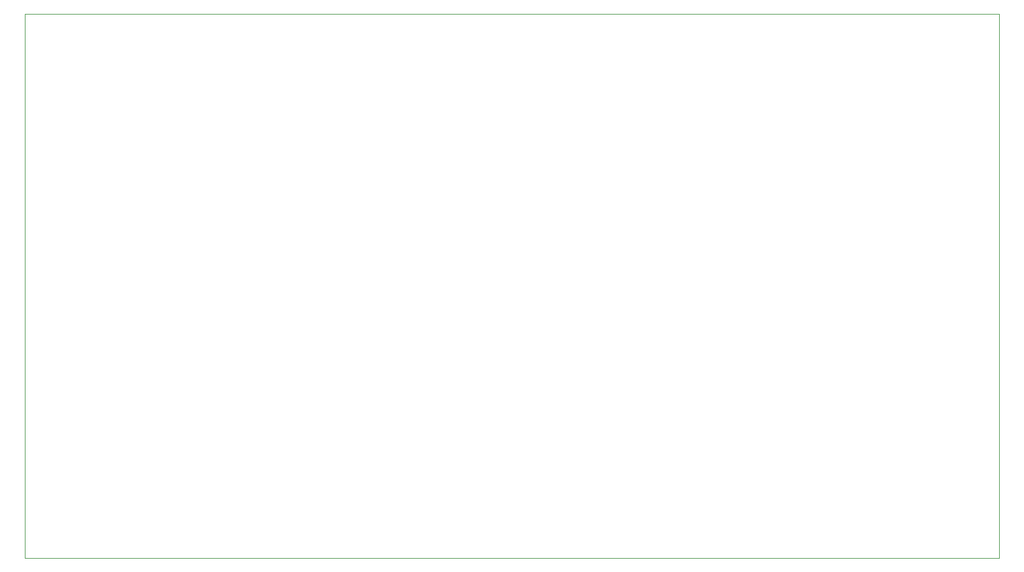
<source format=gbr>
G04 #@! TF.FileFunction,Profile,NP*
%FSLAX46Y46*%
G04 Gerber Fmt 4.6, Leading zero omitted, Abs format (unit mm)*
G04 Created by KiCad (PCBNEW 4.0.7-e1-6374~58~ubuntu16.04.1) date Wed Aug 30 16:43:39 2017*
%MOMM*%
%LPD*%
G01*
G04 APERTURE LIST*
%ADD10C,0.100000*%
G04 APERTURE END LIST*
D10*
X-50000Y-50000D02*
X-50000Y75950000D01*
X135950000Y-50000D02*
X-50000Y-50000D01*
X135950000Y75950000D02*
X135950000Y-50000D01*
X-50000Y75950000D02*
X135950000Y75950000D01*
M02*

</source>
